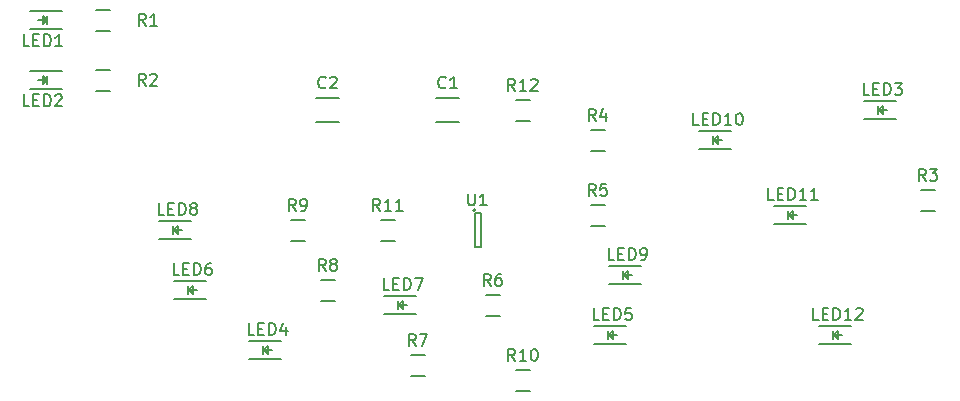
<source format=gbr>
G04 #@! TF.FileFunction,Legend,Top*
%FSLAX46Y46*%
G04 Gerber Fmt 4.6, Leading zero omitted, Abs format (unit mm)*
G04 Created by KiCad (PCBNEW (2015-07-30 BZR 6023, Git cb629e0)-product) date 9/10/2015 3:51:53 PM*
%MOMM*%
G01*
G04 APERTURE LIST*
%ADD10C,0.100000*%
%ADD11C,0.150000*%
G04 APERTURE END LIST*
D10*
D11*
X102600000Y-109465000D02*
X100600000Y-109465000D01*
X100600000Y-111515000D02*
X102600000Y-111515000D01*
X92440000Y-109465000D02*
X90440000Y-109465000D01*
X90440000Y-111515000D02*
X92440000Y-111515000D01*
X103940000Y-118950000D02*
G75*
G03X103940000Y-118950000I-100000J0D01*
G01*
X104390000Y-119200000D02*
X103890000Y-119200000D01*
X104390000Y-122100000D02*
X104390000Y-119200000D01*
X103890000Y-122100000D02*
X104390000Y-122100000D01*
X103890000Y-119200000D02*
X103890000Y-122100000D01*
X68910000Y-102120000D02*
X66210000Y-102120000D01*
X68910000Y-103620000D02*
X66210000Y-103620000D01*
X67410000Y-102720000D02*
X67410000Y-102970000D01*
X67410000Y-102970000D02*
X67560000Y-102820000D01*
X67660000Y-103220000D02*
X67660000Y-102520000D01*
X67310000Y-102870000D02*
X66960000Y-102870000D01*
X67660000Y-102870000D02*
X67310000Y-103220000D01*
X67310000Y-103220000D02*
X67310000Y-102520000D01*
X67310000Y-102520000D02*
X67660000Y-102870000D01*
X68910000Y-107200000D02*
X66210000Y-107200000D01*
X68910000Y-108700000D02*
X66210000Y-108700000D01*
X67410000Y-107800000D02*
X67410000Y-108050000D01*
X67410000Y-108050000D02*
X67560000Y-107900000D01*
X67660000Y-108300000D02*
X67660000Y-107600000D01*
X67310000Y-107950000D02*
X66960000Y-107950000D01*
X67660000Y-107950000D02*
X67310000Y-108300000D01*
X67310000Y-108300000D02*
X67310000Y-107600000D01*
X67310000Y-107600000D02*
X67660000Y-107950000D01*
X136830000Y-111240000D02*
X139530000Y-111240000D01*
X136830000Y-109740000D02*
X139530000Y-109740000D01*
X138330000Y-110640000D02*
X138330000Y-110390000D01*
X138330000Y-110390000D02*
X138180000Y-110540000D01*
X138080000Y-110140000D02*
X138080000Y-110840000D01*
X138430000Y-110490000D02*
X138780000Y-110490000D01*
X138080000Y-110490000D02*
X138430000Y-110140000D01*
X138430000Y-110140000D02*
X138430000Y-110840000D01*
X138430000Y-110840000D02*
X138080000Y-110490000D01*
X84760000Y-131560000D02*
X87460000Y-131560000D01*
X84760000Y-130060000D02*
X87460000Y-130060000D01*
X86260000Y-130960000D02*
X86260000Y-130710000D01*
X86260000Y-130710000D02*
X86110000Y-130860000D01*
X86010000Y-130460000D02*
X86010000Y-131160000D01*
X86360000Y-130810000D02*
X86710000Y-130810000D01*
X86010000Y-130810000D02*
X86360000Y-130460000D01*
X86360000Y-130460000D02*
X86360000Y-131160000D01*
X86360000Y-131160000D02*
X86010000Y-130810000D01*
X113970000Y-130290000D02*
X116670000Y-130290000D01*
X113970000Y-128790000D02*
X116670000Y-128790000D01*
X115470000Y-129690000D02*
X115470000Y-129440000D01*
X115470000Y-129440000D02*
X115320000Y-129590000D01*
X115220000Y-129190000D02*
X115220000Y-129890000D01*
X115570000Y-129540000D02*
X115920000Y-129540000D01*
X115220000Y-129540000D02*
X115570000Y-129190000D01*
X115570000Y-129190000D02*
X115570000Y-129890000D01*
X115570000Y-129890000D02*
X115220000Y-129540000D01*
X78410000Y-126480000D02*
X81110000Y-126480000D01*
X78410000Y-124980000D02*
X81110000Y-124980000D01*
X79910000Y-125880000D02*
X79910000Y-125630000D01*
X79910000Y-125630000D02*
X79760000Y-125780000D01*
X79660000Y-125380000D02*
X79660000Y-126080000D01*
X80010000Y-125730000D02*
X80360000Y-125730000D01*
X79660000Y-125730000D02*
X80010000Y-125380000D01*
X80010000Y-125380000D02*
X80010000Y-126080000D01*
X80010000Y-126080000D02*
X79660000Y-125730000D01*
X96190000Y-127750000D02*
X98890000Y-127750000D01*
X96190000Y-126250000D02*
X98890000Y-126250000D01*
X97690000Y-127150000D02*
X97690000Y-126900000D01*
X97690000Y-126900000D02*
X97540000Y-127050000D01*
X97440000Y-126650000D02*
X97440000Y-127350000D01*
X97790000Y-127000000D02*
X98140000Y-127000000D01*
X97440000Y-127000000D02*
X97790000Y-126650000D01*
X97790000Y-126650000D02*
X97790000Y-127350000D01*
X97790000Y-127350000D02*
X97440000Y-127000000D01*
X77140000Y-121400000D02*
X79840000Y-121400000D01*
X77140000Y-119900000D02*
X79840000Y-119900000D01*
X78640000Y-120800000D02*
X78640000Y-120550000D01*
X78640000Y-120550000D02*
X78490000Y-120700000D01*
X78390000Y-120300000D02*
X78390000Y-121000000D01*
X78740000Y-120650000D02*
X79090000Y-120650000D01*
X78390000Y-120650000D02*
X78740000Y-120300000D01*
X78740000Y-120300000D02*
X78740000Y-121000000D01*
X78740000Y-121000000D02*
X78390000Y-120650000D01*
X115240000Y-125210000D02*
X117940000Y-125210000D01*
X115240000Y-123710000D02*
X117940000Y-123710000D01*
X116740000Y-124610000D02*
X116740000Y-124360000D01*
X116740000Y-124360000D02*
X116590000Y-124510000D01*
X116490000Y-124110000D02*
X116490000Y-124810000D01*
X116840000Y-124460000D02*
X117190000Y-124460000D01*
X116490000Y-124460000D02*
X116840000Y-124110000D01*
X116840000Y-124110000D02*
X116840000Y-124810000D01*
X116840000Y-124810000D02*
X116490000Y-124460000D01*
X122860000Y-113780000D02*
X125560000Y-113780000D01*
X122860000Y-112280000D02*
X125560000Y-112280000D01*
X124360000Y-113180000D02*
X124360000Y-112930000D01*
X124360000Y-112930000D02*
X124210000Y-113080000D01*
X124110000Y-112680000D02*
X124110000Y-113380000D01*
X124460000Y-113030000D02*
X124810000Y-113030000D01*
X124110000Y-113030000D02*
X124460000Y-112680000D01*
X124460000Y-112680000D02*
X124460000Y-113380000D01*
X124460000Y-113380000D02*
X124110000Y-113030000D01*
X129210000Y-120130000D02*
X131910000Y-120130000D01*
X129210000Y-118630000D02*
X131910000Y-118630000D01*
X130710000Y-119530000D02*
X130710000Y-119280000D01*
X130710000Y-119280000D02*
X130560000Y-119430000D01*
X130460000Y-119030000D02*
X130460000Y-119730000D01*
X130810000Y-119380000D02*
X131160000Y-119380000D01*
X130460000Y-119380000D02*
X130810000Y-119030000D01*
X130810000Y-119030000D02*
X130810000Y-119730000D01*
X130810000Y-119730000D02*
X130460000Y-119380000D01*
X133020000Y-130290000D02*
X135720000Y-130290000D01*
X133020000Y-128790000D02*
X135720000Y-128790000D01*
X134520000Y-129690000D02*
X134520000Y-129440000D01*
X134520000Y-129440000D02*
X134370000Y-129590000D01*
X134270000Y-129190000D02*
X134270000Y-129890000D01*
X134620000Y-129540000D02*
X134970000Y-129540000D01*
X134270000Y-129540000D02*
X134620000Y-129190000D01*
X134620000Y-129190000D02*
X134620000Y-129890000D01*
X134620000Y-129890000D02*
X134270000Y-129540000D01*
X72990000Y-103745000D02*
X71790000Y-103745000D01*
X71790000Y-101995000D02*
X72990000Y-101995000D01*
X72990000Y-108825000D02*
X71790000Y-108825000D01*
X71790000Y-107075000D02*
X72990000Y-107075000D01*
X142840000Y-118985000D02*
X141640000Y-118985000D01*
X141640000Y-117235000D02*
X142840000Y-117235000D01*
X114900000Y-113905000D02*
X113700000Y-113905000D01*
X113700000Y-112155000D02*
X114900000Y-112155000D01*
X114900000Y-120255000D02*
X113700000Y-120255000D01*
X113700000Y-118505000D02*
X114900000Y-118505000D01*
X106010000Y-127875000D02*
X104810000Y-127875000D01*
X104810000Y-126125000D02*
X106010000Y-126125000D01*
X99660000Y-132955000D02*
X98460000Y-132955000D01*
X98460000Y-131205000D02*
X99660000Y-131205000D01*
X92040000Y-126605000D02*
X90840000Y-126605000D01*
X90840000Y-124855000D02*
X92040000Y-124855000D01*
X89500000Y-121525000D02*
X88300000Y-121525000D01*
X88300000Y-119775000D02*
X89500000Y-119775000D01*
X108550000Y-134225000D02*
X107350000Y-134225000D01*
X107350000Y-132475000D02*
X108550000Y-132475000D01*
X97120000Y-121525000D02*
X95920000Y-121525000D01*
X95920000Y-119775000D02*
X97120000Y-119775000D01*
X108550000Y-111365000D02*
X107350000Y-111365000D01*
X107350000Y-109615000D02*
X108550000Y-109615000D01*
X101433334Y-108547143D02*
X101385715Y-108594762D01*
X101242858Y-108642381D01*
X101147620Y-108642381D01*
X101004762Y-108594762D01*
X100909524Y-108499524D01*
X100861905Y-108404286D01*
X100814286Y-108213810D01*
X100814286Y-108070952D01*
X100861905Y-107880476D01*
X100909524Y-107785238D01*
X101004762Y-107690000D01*
X101147620Y-107642381D01*
X101242858Y-107642381D01*
X101385715Y-107690000D01*
X101433334Y-107737619D01*
X102385715Y-108642381D02*
X101814286Y-108642381D01*
X102100000Y-108642381D02*
X102100000Y-107642381D01*
X102004762Y-107785238D01*
X101909524Y-107880476D01*
X101814286Y-107928095D01*
X91273334Y-108547143D02*
X91225715Y-108594762D01*
X91082858Y-108642381D01*
X90987620Y-108642381D01*
X90844762Y-108594762D01*
X90749524Y-108499524D01*
X90701905Y-108404286D01*
X90654286Y-108213810D01*
X90654286Y-108070952D01*
X90701905Y-107880476D01*
X90749524Y-107785238D01*
X90844762Y-107690000D01*
X90987620Y-107642381D01*
X91082858Y-107642381D01*
X91225715Y-107690000D01*
X91273334Y-107737619D01*
X91654286Y-107737619D02*
X91701905Y-107690000D01*
X91797143Y-107642381D01*
X92035239Y-107642381D01*
X92130477Y-107690000D01*
X92178096Y-107737619D01*
X92225715Y-107832857D01*
X92225715Y-107928095D01*
X92178096Y-108070952D01*
X91606667Y-108642381D01*
X92225715Y-108642381D01*
X103328095Y-117552381D02*
X103328095Y-118361905D01*
X103375714Y-118457143D01*
X103423333Y-118504762D01*
X103518571Y-118552381D01*
X103709048Y-118552381D01*
X103804286Y-118504762D01*
X103851905Y-118457143D01*
X103899524Y-118361905D01*
X103899524Y-117552381D01*
X104899524Y-118552381D02*
X104328095Y-118552381D01*
X104613809Y-118552381D02*
X104613809Y-117552381D01*
X104518571Y-117695238D01*
X104423333Y-117790476D01*
X104328095Y-117838095D01*
X66190953Y-105072381D02*
X65714762Y-105072381D01*
X65714762Y-104072381D01*
X66524286Y-104548571D02*
X66857620Y-104548571D01*
X67000477Y-105072381D02*
X66524286Y-105072381D01*
X66524286Y-104072381D01*
X67000477Y-104072381D01*
X67429048Y-105072381D02*
X67429048Y-104072381D01*
X67667143Y-104072381D01*
X67810001Y-104120000D01*
X67905239Y-104215238D01*
X67952858Y-104310476D01*
X68000477Y-104500952D01*
X68000477Y-104643810D01*
X67952858Y-104834286D01*
X67905239Y-104929524D01*
X67810001Y-105024762D01*
X67667143Y-105072381D01*
X67429048Y-105072381D01*
X68952858Y-105072381D02*
X68381429Y-105072381D01*
X68667143Y-105072381D02*
X68667143Y-104072381D01*
X68571905Y-104215238D01*
X68476667Y-104310476D01*
X68381429Y-104358095D01*
X66190953Y-110152381D02*
X65714762Y-110152381D01*
X65714762Y-109152381D01*
X66524286Y-109628571D02*
X66857620Y-109628571D01*
X67000477Y-110152381D02*
X66524286Y-110152381D01*
X66524286Y-109152381D01*
X67000477Y-109152381D01*
X67429048Y-110152381D02*
X67429048Y-109152381D01*
X67667143Y-109152381D01*
X67810001Y-109200000D01*
X67905239Y-109295238D01*
X67952858Y-109390476D01*
X68000477Y-109580952D01*
X68000477Y-109723810D01*
X67952858Y-109914286D01*
X67905239Y-110009524D01*
X67810001Y-110104762D01*
X67667143Y-110152381D01*
X67429048Y-110152381D01*
X68381429Y-109247619D02*
X68429048Y-109200000D01*
X68524286Y-109152381D01*
X68762382Y-109152381D01*
X68857620Y-109200000D01*
X68905239Y-109247619D01*
X68952858Y-109342857D01*
X68952858Y-109438095D01*
X68905239Y-109580952D01*
X68333810Y-110152381D01*
X68952858Y-110152381D01*
X137310953Y-109192381D02*
X136834762Y-109192381D01*
X136834762Y-108192381D01*
X137644286Y-108668571D02*
X137977620Y-108668571D01*
X138120477Y-109192381D02*
X137644286Y-109192381D01*
X137644286Y-108192381D01*
X138120477Y-108192381D01*
X138549048Y-109192381D02*
X138549048Y-108192381D01*
X138787143Y-108192381D01*
X138930001Y-108240000D01*
X139025239Y-108335238D01*
X139072858Y-108430476D01*
X139120477Y-108620952D01*
X139120477Y-108763810D01*
X139072858Y-108954286D01*
X139025239Y-109049524D01*
X138930001Y-109144762D01*
X138787143Y-109192381D01*
X138549048Y-109192381D01*
X139453810Y-108192381D02*
X140072858Y-108192381D01*
X139739524Y-108573333D01*
X139882382Y-108573333D01*
X139977620Y-108620952D01*
X140025239Y-108668571D01*
X140072858Y-108763810D01*
X140072858Y-109001905D01*
X140025239Y-109097143D01*
X139977620Y-109144762D01*
X139882382Y-109192381D01*
X139596667Y-109192381D01*
X139501429Y-109144762D01*
X139453810Y-109097143D01*
X85240953Y-129512381D02*
X84764762Y-129512381D01*
X84764762Y-128512381D01*
X85574286Y-128988571D02*
X85907620Y-128988571D01*
X86050477Y-129512381D02*
X85574286Y-129512381D01*
X85574286Y-128512381D01*
X86050477Y-128512381D01*
X86479048Y-129512381D02*
X86479048Y-128512381D01*
X86717143Y-128512381D01*
X86860001Y-128560000D01*
X86955239Y-128655238D01*
X87002858Y-128750476D01*
X87050477Y-128940952D01*
X87050477Y-129083810D01*
X87002858Y-129274286D01*
X86955239Y-129369524D01*
X86860001Y-129464762D01*
X86717143Y-129512381D01*
X86479048Y-129512381D01*
X87907620Y-128845714D02*
X87907620Y-129512381D01*
X87669524Y-128464762D02*
X87431429Y-129179048D01*
X88050477Y-129179048D01*
X114450953Y-128242381D02*
X113974762Y-128242381D01*
X113974762Y-127242381D01*
X114784286Y-127718571D02*
X115117620Y-127718571D01*
X115260477Y-128242381D02*
X114784286Y-128242381D01*
X114784286Y-127242381D01*
X115260477Y-127242381D01*
X115689048Y-128242381D02*
X115689048Y-127242381D01*
X115927143Y-127242381D01*
X116070001Y-127290000D01*
X116165239Y-127385238D01*
X116212858Y-127480476D01*
X116260477Y-127670952D01*
X116260477Y-127813810D01*
X116212858Y-128004286D01*
X116165239Y-128099524D01*
X116070001Y-128194762D01*
X115927143Y-128242381D01*
X115689048Y-128242381D01*
X117165239Y-127242381D02*
X116689048Y-127242381D01*
X116641429Y-127718571D01*
X116689048Y-127670952D01*
X116784286Y-127623333D01*
X117022382Y-127623333D01*
X117117620Y-127670952D01*
X117165239Y-127718571D01*
X117212858Y-127813810D01*
X117212858Y-128051905D01*
X117165239Y-128147143D01*
X117117620Y-128194762D01*
X117022382Y-128242381D01*
X116784286Y-128242381D01*
X116689048Y-128194762D01*
X116641429Y-128147143D01*
X78890953Y-124432381D02*
X78414762Y-124432381D01*
X78414762Y-123432381D01*
X79224286Y-123908571D02*
X79557620Y-123908571D01*
X79700477Y-124432381D02*
X79224286Y-124432381D01*
X79224286Y-123432381D01*
X79700477Y-123432381D01*
X80129048Y-124432381D02*
X80129048Y-123432381D01*
X80367143Y-123432381D01*
X80510001Y-123480000D01*
X80605239Y-123575238D01*
X80652858Y-123670476D01*
X80700477Y-123860952D01*
X80700477Y-124003810D01*
X80652858Y-124194286D01*
X80605239Y-124289524D01*
X80510001Y-124384762D01*
X80367143Y-124432381D01*
X80129048Y-124432381D01*
X81557620Y-123432381D02*
X81367143Y-123432381D01*
X81271905Y-123480000D01*
X81224286Y-123527619D01*
X81129048Y-123670476D01*
X81081429Y-123860952D01*
X81081429Y-124241905D01*
X81129048Y-124337143D01*
X81176667Y-124384762D01*
X81271905Y-124432381D01*
X81462382Y-124432381D01*
X81557620Y-124384762D01*
X81605239Y-124337143D01*
X81652858Y-124241905D01*
X81652858Y-124003810D01*
X81605239Y-123908571D01*
X81557620Y-123860952D01*
X81462382Y-123813333D01*
X81271905Y-123813333D01*
X81176667Y-123860952D01*
X81129048Y-123908571D01*
X81081429Y-124003810D01*
X96670953Y-125702381D02*
X96194762Y-125702381D01*
X96194762Y-124702381D01*
X97004286Y-125178571D02*
X97337620Y-125178571D01*
X97480477Y-125702381D02*
X97004286Y-125702381D01*
X97004286Y-124702381D01*
X97480477Y-124702381D01*
X97909048Y-125702381D02*
X97909048Y-124702381D01*
X98147143Y-124702381D01*
X98290001Y-124750000D01*
X98385239Y-124845238D01*
X98432858Y-124940476D01*
X98480477Y-125130952D01*
X98480477Y-125273810D01*
X98432858Y-125464286D01*
X98385239Y-125559524D01*
X98290001Y-125654762D01*
X98147143Y-125702381D01*
X97909048Y-125702381D01*
X98813810Y-124702381D02*
X99480477Y-124702381D01*
X99051905Y-125702381D01*
X77620953Y-119352381D02*
X77144762Y-119352381D01*
X77144762Y-118352381D01*
X77954286Y-118828571D02*
X78287620Y-118828571D01*
X78430477Y-119352381D02*
X77954286Y-119352381D01*
X77954286Y-118352381D01*
X78430477Y-118352381D01*
X78859048Y-119352381D02*
X78859048Y-118352381D01*
X79097143Y-118352381D01*
X79240001Y-118400000D01*
X79335239Y-118495238D01*
X79382858Y-118590476D01*
X79430477Y-118780952D01*
X79430477Y-118923810D01*
X79382858Y-119114286D01*
X79335239Y-119209524D01*
X79240001Y-119304762D01*
X79097143Y-119352381D01*
X78859048Y-119352381D01*
X80001905Y-118780952D02*
X79906667Y-118733333D01*
X79859048Y-118685714D01*
X79811429Y-118590476D01*
X79811429Y-118542857D01*
X79859048Y-118447619D01*
X79906667Y-118400000D01*
X80001905Y-118352381D01*
X80192382Y-118352381D01*
X80287620Y-118400000D01*
X80335239Y-118447619D01*
X80382858Y-118542857D01*
X80382858Y-118590476D01*
X80335239Y-118685714D01*
X80287620Y-118733333D01*
X80192382Y-118780952D01*
X80001905Y-118780952D01*
X79906667Y-118828571D01*
X79859048Y-118876190D01*
X79811429Y-118971429D01*
X79811429Y-119161905D01*
X79859048Y-119257143D01*
X79906667Y-119304762D01*
X80001905Y-119352381D01*
X80192382Y-119352381D01*
X80287620Y-119304762D01*
X80335239Y-119257143D01*
X80382858Y-119161905D01*
X80382858Y-118971429D01*
X80335239Y-118876190D01*
X80287620Y-118828571D01*
X80192382Y-118780952D01*
X115720953Y-123162381D02*
X115244762Y-123162381D01*
X115244762Y-122162381D01*
X116054286Y-122638571D02*
X116387620Y-122638571D01*
X116530477Y-123162381D02*
X116054286Y-123162381D01*
X116054286Y-122162381D01*
X116530477Y-122162381D01*
X116959048Y-123162381D02*
X116959048Y-122162381D01*
X117197143Y-122162381D01*
X117340001Y-122210000D01*
X117435239Y-122305238D01*
X117482858Y-122400476D01*
X117530477Y-122590952D01*
X117530477Y-122733810D01*
X117482858Y-122924286D01*
X117435239Y-123019524D01*
X117340001Y-123114762D01*
X117197143Y-123162381D01*
X116959048Y-123162381D01*
X118006667Y-123162381D02*
X118197143Y-123162381D01*
X118292382Y-123114762D01*
X118340001Y-123067143D01*
X118435239Y-122924286D01*
X118482858Y-122733810D01*
X118482858Y-122352857D01*
X118435239Y-122257619D01*
X118387620Y-122210000D01*
X118292382Y-122162381D01*
X118101905Y-122162381D01*
X118006667Y-122210000D01*
X117959048Y-122257619D01*
X117911429Y-122352857D01*
X117911429Y-122590952D01*
X117959048Y-122686190D01*
X118006667Y-122733810D01*
X118101905Y-122781429D01*
X118292382Y-122781429D01*
X118387620Y-122733810D01*
X118435239Y-122686190D01*
X118482858Y-122590952D01*
X122864762Y-111732381D02*
X122388571Y-111732381D01*
X122388571Y-110732381D01*
X123198095Y-111208571D02*
X123531429Y-111208571D01*
X123674286Y-111732381D02*
X123198095Y-111732381D01*
X123198095Y-110732381D01*
X123674286Y-110732381D01*
X124102857Y-111732381D02*
X124102857Y-110732381D01*
X124340952Y-110732381D01*
X124483810Y-110780000D01*
X124579048Y-110875238D01*
X124626667Y-110970476D01*
X124674286Y-111160952D01*
X124674286Y-111303810D01*
X124626667Y-111494286D01*
X124579048Y-111589524D01*
X124483810Y-111684762D01*
X124340952Y-111732381D01*
X124102857Y-111732381D01*
X125626667Y-111732381D02*
X125055238Y-111732381D01*
X125340952Y-111732381D02*
X125340952Y-110732381D01*
X125245714Y-110875238D01*
X125150476Y-110970476D01*
X125055238Y-111018095D01*
X126245714Y-110732381D02*
X126340953Y-110732381D01*
X126436191Y-110780000D01*
X126483810Y-110827619D01*
X126531429Y-110922857D01*
X126579048Y-111113333D01*
X126579048Y-111351429D01*
X126531429Y-111541905D01*
X126483810Y-111637143D01*
X126436191Y-111684762D01*
X126340953Y-111732381D01*
X126245714Y-111732381D01*
X126150476Y-111684762D01*
X126102857Y-111637143D01*
X126055238Y-111541905D01*
X126007619Y-111351429D01*
X126007619Y-111113333D01*
X126055238Y-110922857D01*
X126102857Y-110827619D01*
X126150476Y-110780000D01*
X126245714Y-110732381D01*
X129214762Y-118082381D02*
X128738571Y-118082381D01*
X128738571Y-117082381D01*
X129548095Y-117558571D02*
X129881429Y-117558571D01*
X130024286Y-118082381D02*
X129548095Y-118082381D01*
X129548095Y-117082381D01*
X130024286Y-117082381D01*
X130452857Y-118082381D02*
X130452857Y-117082381D01*
X130690952Y-117082381D01*
X130833810Y-117130000D01*
X130929048Y-117225238D01*
X130976667Y-117320476D01*
X131024286Y-117510952D01*
X131024286Y-117653810D01*
X130976667Y-117844286D01*
X130929048Y-117939524D01*
X130833810Y-118034762D01*
X130690952Y-118082381D01*
X130452857Y-118082381D01*
X131976667Y-118082381D02*
X131405238Y-118082381D01*
X131690952Y-118082381D02*
X131690952Y-117082381D01*
X131595714Y-117225238D01*
X131500476Y-117320476D01*
X131405238Y-117368095D01*
X132929048Y-118082381D02*
X132357619Y-118082381D01*
X132643333Y-118082381D02*
X132643333Y-117082381D01*
X132548095Y-117225238D01*
X132452857Y-117320476D01*
X132357619Y-117368095D01*
X133024762Y-128242381D02*
X132548571Y-128242381D01*
X132548571Y-127242381D01*
X133358095Y-127718571D02*
X133691429Y-127718571D01*
X133834286Y-128242381D02*
X133358095Y-128242381D01*
X133358095Y-127242381D01*
X133834286Y-127242381D01*
X134262857Y-128242381D02*
X134262857Y-127242381D01*
X134500952Y-127242381D01*
X134643810Y-127290000D01*
X134739048Y-127385238D01*
X134786667Y-127480476D01*
X134834286Y-127670952D01*
X134834286Y-127813810D01*
X134786667Y-128004286D01*
X134739048Y-128099524D01*
X134643810Y-128194762D01*
X134500952Y-128242381D01*
X134262857Y-128242381D01*
X135786667Y-128242381D02*
X135215238Y-128242381D01*
X135500952Y-128242381D02*
X135500952Y-127242381D01*
X135405714Y-127385238D01*
X135310476Y-127480476D01*
X135215238Y-127528095D01*
X136167619Y-127337619D02*
X136215238Y-127290000D01*
X136310476Y-127242381D01*
X136548572Y-127242381D01*
X136643810Y-127290000D01*
X136691429Y-127337619D01*
X136739048Y-127432857D01*
X136739048Y-127528095D01*
X136691429Y-127670952D01*
X136120000Y-128242381D01*
X136739048Y-128242381D01*
X76033334Y-103322381D02*
X75700000Y-102846190D01*
X75461905Y-103322381D02*
X75461905Y-102322381D01*
X75842858Y-102322381D01*
X75938096Y-102370000D01*
X75985715Y-102417619D01*
X76033334Y-102512857D01*
X76033334Y-102655714D01*
X75985715Y-102750952D01*
X75938096Y-102798571D01*
X75842858Y-102846190D01*
X75461905Y-102846190D01*
X76985715Y-103322381D02*
X76414286Y-103322381D01*
X76700000Y-103322381D02*
X76700000Y-102322381D01*
X76604762Y-102465238D01*
X76509524Y-102560476D01*
X76414286Y-102608095D01*
X76033334Y-108402381D02*
X75700000Y-107926190D01*
X75461905Y-108402381D02*
X75461905Y-107402381D01*
X75842858Y-107402381D01*
X75938096Y-107450000D01*
X75985715Y-107497619D01*
X76033334Y-107592857D01*
X76033334Y-107735714D01*
X75985715Y-107830952D01*
X75938096Y-107878571D01*
X75842858Y-107926190D01*
X75461905Y-107926190D01*
X76414286Y-107497619D02*
X76461905Y-107450000D01*
X76557143Y-107402381D01*
X76795239Y-107402381D01*
X76890477Y-107450000D01*
X76938096Y-107497619D01*
X76985715Y-107592857D01*
X76985715Y-107688095D01*
X76938096Y-107830952D01*
X76366667Y-108402381D01*
X76985715Y-108402381D01*
X142073334Y-116462381D02*
X141740000Y-115986190D01*
X141501905Y-116462381D02*
X141501905Y-115462381D01*
X141882858Y-115462381D01*
X141978096Y-115510000D01*
X142025715Y-115557619D01*
X142073334Y-115652857D01*
X142073334Y-115795714D01*
X142025715Y-115890952D01*
X141978096Y-115938571D01*
X141882858Y-115986190D01*
X141501905Y-115986190D01*
X142406667Y-115462381D02*
X143025715Y-115462381D01*
X142692381Y-115843333D01*
X142835239Y-115843333D01*
X142930477Y-115890952D01*
X142978096Y-115938571D01*
X143025715Y-116033810D01*
X143025715Y-116271905D01*
X142978096Y-116367143D01*
X142930477Y-116414762D01*
X142835239Y-116462381D01*
X142549524Y-116462381D01*
X142454286Y-116414762D01*
X142406667Y-116367143D01*
X114133334Y-111382381D02*
X113800000Y-110906190D01*
X113561905Y-111382381D02*
X113561905Y-110382381D01*
X113942858Y-110382381D01*
X114038096Y-110430000D01*
X114085715Y-110477619D01*
X114133334Y-110572857D01*
X114133334Y-110715714D01*
X114085715Y-110810952D01*
X114038096Y-110858571D01*
X113942858Y-110906190D01*
X113561905Y-110906190D01*
X114990477Y-110715714D02*
X114990477Y-111382381D01*
X114752381Y-110334762D02*
X114514286Y-111049048D01*
X115133334Y-111049048D01*
X114133334Y-117732381D02*
X113800000Y-117256190D01*
X113561905Y-117732381D02*
X113561905Y-116732381D01*
X113942858Y-116732381D01*
X114038096Y-116780000D01*
X114085715Y-116827619D01*
X114133334Y-116922857D01*
X114133334Y-117065714D01*
X114085715Y-117160952D01*
X114038096Y-117208571D01*
X113942858Y-117256190D01*
X113561905Y-117256190D01*
X115038096Y-116732381D02*
X114561905Y-116732381D01*
X114514286Y-117208571D01*
X114561905Y-117160952D01*
X114657143Y-117113333D01*
X114895239Y-117113333D01*
X114990477Y-117160952D01*
X115038096Y-117208571D01*
X115085715Y-117303810D01*
X115085715Y-117541905D01*
X115038096Y-117637143D01*
X114990477Y-117684762D01*
X114895239Y-117732381D01*
X114657143Y-117732381D01*
X114561905Y-117684762D01*
X114514286Y-117637143D01*
X105243334Y-125352381D02*
X104910000Y-124876190D01*
X104671905Y-125352381D02*
X104671905Y-124352381D01*
X105052858Y-124352381D01*
X105148096Y-124400000D01*
X105195715Y-124447619D01*
X105243334Y-124542857D01*
X105243334Y-124685714D01*
X105195715Y-124780952D01*
X105148096Y-124828571D01*
X105052858Y-124876190D01*
X104671905Y-124876190D01*
X106100477Y-124352381D02*
X105910000Y-124352381D01*
X105814762Y-124400000D01*
X105767143Y-124447619D01*
X105671905Y-124590476D01*
X105624286Y-124780952D01*
X105624286Y-125161905D01*
X105671905Y-125257143D01*
X105719524Y-125304762D01*
X105814762Y-125352381D01*
X106005239Y-125352381D01*
X106100477Y-125304762D01*
X106148096Y-125257143D01*
X106195715Y-125161905D01*
X106195715Y-124923810D01*
X106148096Y-124828571D01*
X106100477Y-124780952D01*
X106005239Y-124733333D01*
X105814762Y-124733333D01*
X105719524Y-124780952D01*
X105671905Y-124828571D01*
X105624286Y-124923810D01*
X98893334Y-130432381D02*
X98560000Y-129956190D01*
X98321905Y-130432381D02*
X98321905Y-129432381D01*
X98702858Y-129432381D01*
X98798096Y-129480000D01*
X98845715Y-129527619D01*
X98893334Y-129622857D01*
X98893334Y-129765714D01*
X98845715Y-129860952D01*
X98798096Y-129908571D01*
X98702858Y-129956190D01*
X98321905Y-129956190D01*
X99226667Y-129432381D02*
X99893334Y-129432381D01*
X99464762Y-130432381D01*
X91273334Y-124082381D02*
X90940000Y-123606190D01*
X90701905Y-124082381D02*
X90701905Y-123082381D01*
X91082858Y-123082381D01*
X91178096Y-123130000D01*
X91225715Y-123177619D01*
X91273334Y-123272857D01*
X91273334Y-123415714D01*
X91225715Y-123510952D01*
X91178096Y-123558571D01*
X91082858Y-123606190D01*
X90701905Y-123606190D01*
X91844762Y-123510952D02*
X91749524Y-123463333D01*
X91701905Y-123415714D01*
X91654286Y-123320476D01*
X91654286Y-123272857D01*
X91701905Y-123177619D01*
X91749524Y-123130000D01*
X91844762Y-123082381D01*
X92035239Y-123082381D01*
X92130477Y-123130000D01*
X92178096Y-123177619D01*
X92225715Y-123272857D01*
X92225715Y-123320476D01*
X92178096Y-123415714D01*
X92130477Y-123463333D01*
X92035239Y-123510952D01*
X91844762Y-123510952D01*
X91749524Y-123558571D01*
X91701905Y-123606190D01*
X91654286Y-123701429D01*
X91654286Y-123891905D01*
X91701905Y-123987143D01*
X91749524Y-124034762D01*
X91844762Y-124082381D01*
X92035239Y-124082381D01*
X92130477Y-124034762D01*
X92178096Y-123987143D01*
X92225715Y-123891905D01*
X92225715Y-123701429D01*
X92178096Y-123606190D01*
X92130477Y-123558571D01*
X92035239Y-123510952D01*
X88733334Y-119002381D02*
X88400000Y-118526190D01*
X88161905Y-119002381D02*
X88161905Y-118002381D01*
X88542858Y-118002381D01*
X88638096Y-118050000D01*
X88685715Y-118097619D01*
X88733334Y-118192857D01*
X88733334Y-118335714D01*
X88685715Y-118430952D01*
X88638096Y-118478571D01*
X88542858Y-118526190D01*
X88161905Y-118526190D01*
X89209524Y-119002381D02*
X89400000Y-119002381D01*
X89495239Y-118954762D01*
X89542858Y-118907143D01*
X89638096Y-118764286D01*
X89685715Y-118573810D01*
X89685715Y-118192857D01*
X89638096Y-118097619D01*
X89590477Y-118050000D01*
X89495239Y-118002381D01*
X89304762Y-118002381D01*
X89209524Y-118050000D01*
X89161905Y-118097619D01*
X89114286Y-118192857D01*
X89114286Y-118430952D01*
X89161905Y-118526190D01*
X89209524Y-118573810D01*
X89304762Y-118621429D01*
X89495239Y-118621429D01*
X89590477Y-118573810D01*
X89638096Y-118526190D01*
X89685715Y-118430952D01*
X107307143Y-131702381D02*
X106973809Y-131226190D01*
X106735714Y-131702381D02*
X106735714Y-130702381D01*
X107116667Y-130702381D01*
X107211905Y-130750000D01*
X107259524Y-130797619D01*
X107307143Y-130892857D01*
X107307143Y-131035714D01*
X107259524Y-131130952D01*
X107211905Y-131178571D01*
X107116667Y-131226190D01*
X106735714Y-131226190D01*
X108259524Y-131702381D02*
X107688095Y-131702381D01*
X107973809Y-131702381D02*
X107973809Y-130702381D01*
X107878571Y-130845238D01*
X107783333Y-130940476D01*
X107688095Y-130988095D01*
X108878571Y-130702381D02*
X108973810Y-130702381D01*
X109069048Y-130750000D01*
X109116667Y-130797619D01*
X109164286Y-130892857D01*
X109211905Y-131083333D01*
X109211905Y-131321429D01*
X109164286Y-131511905D01*
X109116667Y-131607143D01*
X109069048Y-131654762D01*
X108973810Y-131702381D01*
X108878571Y-131702381D01*
X108783333Y-131654762D01*
X108735714Y-131607143D01*
X108688095Y-131511905D01*
X108640476Y-131321429D01*
X108640476Y-131083333D01*
X108688095Y-130892857D01*
X108735714Y-130797619D01*
X108783333Y-130750000D01*
X108878571Y-130702381D01*
X95877143Y-119002381D02*
X95543809Y-118526190D01*
X95305714Y-119002381D02*
X95305714Y-118002381D01*
X95686667Y-118002381D01*
X95781905Y-118050000D01*
X95829524Y-118097619D01*
X95877143Y-118192857D01*
X95877143Y-118335714D01*
X95829524Y-118430952D01*
X95781905Y-118478571D01*
X95686667Y-118526190D01*
X95305714Y-118526190D01*
X96829524Y-119002381D02*
X96258095Y-119002381D01*
X96543809Y-119002381D02*
X96543809Y-118002381D01*
X96448571Y-118145238D01*
X96353333Y-118240476D01*
X96258095Y-118288095D01*
X97781905Y-119002381D02*
X97210476Y-119002381D01*
X97496190Y-119002381D02*
X97496190Y-118002381D01*
X97400952Y-118145238D01*
X97305714Y-118240476D01*
X97210476Y-118288095D01*
X107307143Y-108842381D02*
X106973809Y-108366190D01*
X106735714Y-108842381D02*
X106735714Y-107842381D01*
X107116667Y-107842381D01*
X107211905Y-107890000D01*
X107259524Y-107937619D01*
X107307143Y-108032857D01*
X107307143Y-108175714D01*
X107259524Y-108270952D01*
X107211905Y-108318571D01*
X107116667Y-108366190D01*
X106735714Y-108366190D01*
X108259524Y-108842381D02*
X107688095Y-108842381D01*
X107973809Y-108842381D02*
X107973809Y-107842381D01*
X107878571Y-107985238D01*
X107783333Y-108080476D01*
X107688095Y-108128095D01*
X108640476Y-107937619D02*
X108688095Y-107890000D01*
X108783333Y-107842381D01*
X109021429Y-107842381D01*
X109116667Y-107890000D01*
X109164286Y-107937619D01*
X109211905Y-108032857D01*
X109211905Y-108128095D01*
X109164286Y-108270952D01*
X108592857Y-108842381D01*
X109211905Y-108842381D01*
M02*

</source>
